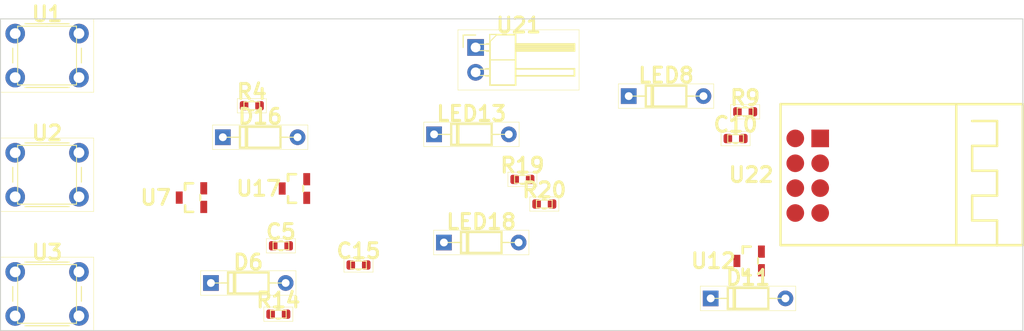
<source format=kicad_pcb>
(kicad_pcb
 (version 5)
 (host pcbnew 4.0.2-stable)
 (general
  (links 469)
  (no_connects 0)
  (area 0 0 104.24607561250185 31.839476615000248)
  (thickness 1.6002)
  (drawings 311)
  (tracks 3484)
  (zones 0)
  (modules 338)
  (nets 131))
 (page A3)
 (title_block
  (title GH60)
  (date "20 jan 2014")
  (rev B)
  (company "geekhack GH60 design team"))
 (layers
  (0 F.Cu signal)
  (31 B.Cu signal)
  (32 B.Adhes user)
  (33 F.Adhes user)
  (34 B.Paste user)
  (35 F.Paste user)
  (36 B.SilkS user)
  (37 F.SilkS user)
  (38 B.Mask user)
  (39 F.Mask user)
  (40 Dwgs.User user)
  (41 Cmts.User user)
  (42 Eco1.User user)
  (43 Eco2.User user)
  (44 Edge.Cuts user)
  (48 B.Fab user)
  (49 F.Fab user))
 (setup
  (last_trace_width 0.4064)
  (user_trace_width 0.254)
  (user_trace_width 0.4064)
  (user_trace_width 0.889)
  (trace_clearance 0.127)
  (zone_clearance 0.307299)
  (zone_45_only yes)
  (trace_min 0.127)
  (segment_width 2)
  (edge_width 0.0991)
  (via_size 1)
  (via_drill 0.4)
  (via_min_size 1)
  (via_min_drill 0.4)
  (uvia_size 0.508)
  (uvia_drill 0.127)
  (uvias_allowed no)
  (uvia_min_size 0.508)
  (uvia_min_drill 0.127)
  (pcb_text_width 0.3048)
  (pcb_text_size 1.524 2.032)
  (mod_edge_width 0.3)
  (mod_text_size 1.524 1.524)
  (mod_text_width 0.3048)
  (pad_size 0.9 0.9)
  (pad_drill 0.9)
  (pad_to_mask_clearance 0.1016)
  (pad_to_paste_clearance -0.02)
  (aux_axis_origin 62.29 64.62)
  (visible_elements FFFFFFFF)
  (pcbplotparams
   (layerselection 0x012a0_00000000)
   (usegerberextensions false)
   (excludeedgelayer true)
   (linewidth 0.15)
   (plotframeref false)
   (viasonmask false)
   (mode 1)
   (useauxorigin false)
   (hpglpennumber 1)
   (hpglpenspeed 20)
   (hpglpendiameter 15)
   (hpglpenoverlay 0)
   (psnegative false)
   (psa4output false)
   (plotreference true)
   (plotvalue false)
   (plotinvisibletext false)
   (padsonsilk false)
   (subtractmaskfromsilk false)
   (outputformat 4)
   (mirror false)
   (drillshape 0)
   (scaleselection 1)
   (outputdirectory gerber/)))
 (net 4 "4")
 (net 1 "1")
 (net 5 "5")
 (net 2 "2")
 (net 3 "3")
 (module "U1" (layer F.Cu)
   (tedit 0)
   (tstamp 0)
   (at 1.4999999016341126 1.5000001926959898 0.0)
   (path placeholder)
   (fp_text
    reference
    "U1"
    (at 3.25 -2 0)
    (layer F.SilkS)
    (effects (font (size 1.524 1.524) (thickness 0.3048))))
   (fp_line (start 3.25 -0.75) (end 6.25 -0.75) (layer F.SilkS) (width 0.1))
   (fp_line (start 6.25 -0.75) (end 6.25 5.25) (layer F.SilkS) (width 0.1))
   (fp_line (start 6.25 5.25) (end 0.25 5.25) (layer F.SilkS) (width 0.1))
   (fp_line (start 0.25 5.25) (end 0.25 -0.75) (layer F.SilkS) (width 0.1))
   (fp_line (start 0.25 -0.75) (end 3.25 -0.75) (layer F.SilkS) (width 0.1))
   (fp_line (start 7.75 6) (end 8 6) (layer F.SilkS) (width 0.05))
   (fp_line (start 8 6) (end 8 5.75) (layer F.SilkS) (width 0.05))
   (fp_line (start 7.75 -1.5) (end 8 -1.5) (layer F.SilkS) (width 0.05))
   (fp_line (start 8 -1.5) (end 8 -1.25) (layer F.SilkS) (width 0.05))
   (fp_line (start -1.5 -1.25) (end -1.5 -1.5) (layer F.SilkS) (width 0.05))
   (fp_line (start -1.5 -1.5) (end -1.25 -1.5) (layer F.SilkS) (width 0.05))
   (fp_line (start -1.5 5.75) (end -1.5 6) (layer F.SilkS) (width 0.05))
   (fp_line (start -1.5 6) (end -1.25 6) (layer F.SilkS) (width 0.05))
   (fp_line (start -1.25 -1.5) (end 7.75 -1.5) (layer F.SilkS) (width 0.05))
   (fp_line (start -1.5 5.75) (end -1.5 -1.25) (layer F.SilkS) (width 0.05))
   (fp_line (start 7.75 6) (end -1.25 6) (layer F.SilkS) (width 0.05))
   (fp_line (start 8 -1.25) (end 8 5.75) (layer F.SilkS) (width 0.05))
   (fp_line (start 1 5.5) (end 5.5 5.5) (layer F.SilkS) (width 0.12))
   (fp_line (start -0.25 1.5) (end -0.25 3) (layer F.SilkS) (width 0.12))
   (fp_line (start 5.5 -1) (end 1 -1) (layer F.SilkS) (width 0.12))
   (fp_line (start 6.75 3) (end 6.75 1.5) (layer F.SilkS) (width 0.12))
   (pad
    2
    thru_hole
    circle
    (at 0 4.5 90.0)
    (size 2 2)
    (drill 1.1)
    (layers *.Cu *.Mask)
    (net 4 "4"))
   (pad
    1
    thru_hole
    circle
    (at 0 0 90.0)
    (size 2 2)
    (drill 1.1)
    (layers *.Cu *.Mask)
    (net 4 "4"))
   (pad
    2
    thru_hole
    circle
    (at 6.5 4.5 90.0)
    (size 2 2)
    (drill 1.1)
    (layers *.Cu *.Mask)
    (net 4 "4"))
   (pad
    1
    thru_hole
    circle
    (at 6.5 0 90.0)
    (size 2 2)
    (drill 1.1)
    (layers *.Cu *.Mask)
    (net 4 "4"))
   (fp_text
    user
    "right/2"
    (at 0 4.5 90)
    (layer Eco1.User)
    (effects (font (size 0.2 0.2) (thickness 0.05))))
   (fp_text
    user
    "right/2"
    (at 0 0 90)
    (layer Eco1.User)
    (effects (font (size 0.2 0.2) (thickness 0.05))))
   (fp_text
    user
    "right/2"
    (at 6.5 4.5 90)
    (layer Eco1.User)
    (effects (font (size 0.2 0.2) (thickness 0.05))))
   (fp_text
    user
    "right/2"
    (at 6.5 0 90)
    (layer Eco1.User)
    (effects (font (size 0.2 0.2) (thickness 0.05)))))
 (module "U2" (layer F.Cu)
   (tedit 0)
   (tstamp 0)
   (at 1.4999999016341126 13.669737951640432 0.0)
   (path placeholder)
   (fp_text
    reference
    "U2"
    (at 3.25 -2 0)
    (layer F.SilkS)
    (effects (font (size 1.524 1.524) (thickness 0.3048))))
   (fp_line (start 3.25 -0.75) (end 6.25 -0.75) (layer F.SilkS) (width 0.1))
   (fp_line (start 6.25 -0.75) (end 6.25 5.25) (layer F.SilkS) (width 0.1))
   (fp_line (start 6.25 5.25) (end 0.25 5.25) (layer F.SilkS) (width 0.1))
   (fp_line (start 0.25 5.25) (end 0.25 -0.75) (layer F.SilkS) (width 0.1))
   (fp_line (start 0.25 -0.75) (end 3.25 -0.75) (layer F.SilkS) (width 0.1))
   (fp_line (start 7.75 6) (end 8 6) (layer F.SilkS) (width 0.05))
   (fp_line (start 8 6) (end 8 5.75) (layer F.SilkS) (width 0.05))
   (fp_line (start 7.75 -1.5) (end 8 -1.5) (layer F.SilkS) (width 0.05))
   (fp_line (start 8 -1.5) (end 8 -1.25) (layer F.SilkS) (width 0.05))
   (fp_line (start -1.5 -1.25) (end -1.5 -1.5) (layer F.SilkS) (width 0.05))
   (fp_line (start -1.5 -1.5) (end -1.25 -1.5) (layer F.SilkS) (width 0.05))
   (fp_line (start -1.5 5.75) (end -1.5 6) (layer F.SilkS) (width 0.05))
   (fp_line (start -1.5 6) (end -1.25 6) (layer F.SilkS) (width 0.05))
   (fp_line (start -1.25 -1.5) (end 7.75 -1.5) (layer F.SilkS) (width 0.05))
   (fp_line (start -1.5 5.75) (end -1.5 -1.25) (layer F.SilkS) (width 0.05))
   (fp_line (start 7.75 6) (end -1.25 6) (layer F.SilkS) (width 0.05))
   (fp_line (start 8 -1.25) (end 8 5.75) (layer F.SilkS) (width 0.05))
   (fp_line (start 1 5.5) (end 5.5 5.5) (layer F.SilkS) (width 0.12))
   (fp_line (start -0.25 1.5) (end -0.25 3) (layer F.SilkS) (width 0.12))
   (fp_line (start 5.5 -1) (end 1 -1) (layer F.SilkS) (width 0.12))
   (fp_line (start 6.75 3) (end 6.75 1.5) (layer F.SilkS) (width 0.12))
   (pad
    2
    thru_hole
    circle
    (at 0 4.5 90.0)
    (size 2 2)
    (drill 1.1)
    (layers *.Cu *.Mask)
    (net 4 "4"))
   (pad
    1
    thru_hole
    circle
    (at 0 0 90.0)
    (size 2 2)
    (drill 1.1)
    (layers *.Cu *.Mask)
    (net 4 "4"))
   (pad
    2
    thru_hole
    circle
    (at 6.5 4.5 90.0)
    (size 2 2)
    (drill 1.1)
    (layers *.Cu *.Mask)
    (net 4 "4"))
   (pad
    1
    thru_hole
    circle
    (at 6.5 0 90.0)
    (size 2 2)
    (drill 1.1)
    (layers *.Cu *.Mask)
    (net 4 "4"))
   (fp_text
    user
    "right/2"
    (at 0 4.5 90)
    (layer Eco1.User)
    (effects (font (size 0.2 0.2) (thickness 0.05))))
   (fp_text
    user
    "right/2"
    (at 0 0 90)
    (layer Eco1.User)
    (effects (font (size 0.2 0.2) (thickness 0.05))))
   (fp_text
    user
    "right/2"
    (at 6.5 4.5 90)
    (layer Eco1.User)
    (effects (font (size 0.2 0.2) (thickness 0.05))))
   (fp_text
    user
    "right/2"
    (at 6.5 0 90)
    (layer Eco1.User)
    (effects (font (size 0.2 0.2) (thickness 0.05)))))
 (module "U3" (layer F.Cu)
   (tedit 0)
   (tstamp 0)
   (at 1.4999999016341126 25.839475243611048 0.0)
   (path placeholder)
   (fp_text
    reference
    "U3"
    (at 3.25 -2 0)
    (layer F.SilkS)
    (effects (font (size 1.524 1.524) (thickness 0.3048))))
   (fp_line (start 3.25 -0.75) (end 6.25 -0.75) (layer F.SilkS) (width 0.1))
   (fp_line (start 6.25 -0.75) (end 6.25 5.25) (layer F.SilkS) (width 0.1))
   (fp_line (start 6.25 5.25) (end 0.25 5.25) (layer F.SilkS) (width 0.1))
   (fp_line (start 0.25 5.25) (end 0.25 -0.75) (layer F.SilkS) (width 0.1))
   (fp_line (start 0.25 -0.75) (end 3.25 -0.75) (layer F.SilkS) (width 0.1))
   (fp_line (start 7.75 6) (end 8 6) (layer F.SilkS) (width 0.05))
   (fp_line (start 8 6) (end 8 5.75) (layer F.SilkS) (width 0.05))
   (fp_line (start 7.75 -1.5) (end 8 -1.5) (layer F.SilkS) (width 0.05))
   (fp_line (start 8 -1.5) (end 8 -1.25) (layer F.SilkS) (width 0.05))
   (fp_line (start -1.5 -1.25) (end -1.5 -1.5) (layer F.SilkS) (width 0.05))
   (fp_line (start -1.5 -1.5) (end -1.25 -1.5) (layer F.SilkS) (width 0.05))
   (fp_line (start -1.5 5.75) (end -1.5 6) (layer F.SilkS) (width 0.05))
   (fp_line (start -1.5 6) (end -1.25 6) (layer F.SilkS) (width 0.05))
   (fp_line (start -1.25 -1.5) (end 7.75 -1.5) (layer F.SilkS) (width 0.05))
   (fp_line (start -1.5 5.75) (end -1.5 -1.25) (layer F.SilkS) (width 0.05))
   (fp_line (start 7.75 6) (end -1.25 6) (layer F.SilkS) (width 0.05))
   (fp_line (start 8 -1.25) (end 8 5.75) (layer F.SilkS) (width 0.05))
   (fp_line (start 1 5.5) (end 5.5 5.5) (layer F.SilkS) (width 0.12))
   (fp_line (start -0.25 1.5) (end -0.25 3) (layer F.SilkS) (width 0.12))
   (fp_line (start 5.5 -1) (end 1 -1) (layer F.SilkS) (width 0.12))
   (fp_line (start 6.75 3) (end 6.75 1.5) (layer F.SilkS) (width 0.12))
   (pad
    2
    thru_hole
    circle
    (at 0 4.5 90.0)
    (size 2 2)
    (drill 1.1)
    (layers *.Cu *.Mask)
    (net 4 "4"))
   (pad
    1
    thru_hole
    circle
    (at 0 0 90.0)
    (size 2 2)
    (drill 1.1)
    (layers *.Cu *.Mask)
    (net 4 "4"))
   (pad
    2
    thru_hole
    circle
    (at 6.5 4.5 90.0)
    (size 2 2)
    (drill 1.1)
    (layers *.Cu *.Mask)
    (net 4 "4"))
   (pad
    1
    thru_hole
    circle
    (at 6.5 0 90.0)
    (size 2 2)
    (drill 1.1)
    (layers *.Cu *.Mask)
    (net 4 "4"))
   (fp_text
    user
    "right/2"
    (at 0 4.5 90)
    (layer Eco1.User)
    (effects (font (size 0.2 0.2) (thickness 0.05))))
   (fp_text
    user
    "right/2"
    (at 0 0 90)
    (layer Eco1.User)
    (effects (font (size 0.2 0.2) (thickness 0.05))))
   (fp_text
    user
    "right/2"
    (at 6.5 4.5 90)
    (layer Eco1.User)
    (effects (font (size 0.2 0.2) (thickness 0.05))))
   (fp_text
    user
    "right/2"
    (at 6.5 0 90)
    (layer Eco1.User)
    (effects (font (size 0.2 0.2) (thickness 0.05)))))
 (module "R4" (layer F.Cu)
   (tedit 0)
   (tstamp 0)
   (at 25.62905317085638 8.872182206715424 0.0)
   (path placeholder)
   (fp_text
    reference
    "R4"
    (at 0 -1.43 0)
    (layer F.SilkS)
    (effects (font (size 1.524 1.524) (thickness 0.3048))))
   (fp_line (start -0.8 0.4) (end -0.8 -0.4) (layer F.SilkS) (width 0.1))
   (fp_line (start -0.8 -0.4) (end 0.8 -0.4) (layer F.SilkS) (width 0.1))
   (fp_line (start 0.8 -0.4) (end 0.8 0.4) (layer F.SilkS) (width 0.1))
   (fp_line (start 0.8 0.4) (end -0.8 0.4) (layer F.SilkS) (width 0.1))
   (fp_line
    (start -0.162779 -0.51)
    (end 0.162779 -0.51)
    (layer F.SilkS)
    (width 0.12))
   (fp_line
    (start -0.162779 0.51)
    (end 0.162779 0.51)
    (layer F.SilkS)
    (width 0.12))
   (fp_line (start -1.48 0.73) (end -1.48 -0.73) (layer F.SilkS) (width 0.05))
   (fp_line (start -1.48 -0.73) (end 1.48 -0.73) (layer F.SilkS) (width 0.05))
   (fp_line (start 1.48 -0.73) (end 1.48 0.73) (layer F.SilkS) (width 0.05))
   (fp_line (start 1.48 0.73) (end -1.48 0.73) (layer F.SilkS) (width 0.05))
   (pad
    1
    smd
    roundrect
    (at -0.7875 0 0.0)
    (size 0.875 0.95)
    (layers F.Cu F.Paste F.Mask)
    (net 4 "4"))
   (pad
    2
    smd
    roundrect
    (at 0.7875 0 0.0)
    (size 0.875 0.95)
    (layers F.Cu F.Paste F.Mask)
    (net 3 "3"))
   (fp_text
    user
    "left/1"
    (at -0.7875 0 90)
    (layer Eco1.User)
    (effects (font (size 0.2 0.2) (thickness 0.05))))
   (fp_text
    user
    "right/2"
    (at 0.7875 0 90)
    (layer Eco1.User)
    (effects (font (size 0.2 0.2) (thickness 0.05)))))
 (module "C5" (layer F.Cu)
   (tedit 0)
   (tstamp 0)
   (at 28.59728126612184 23.17463264577452 0.0)
   (path placeholder)
   (fp_text
    reference
    "C5"
    (at 0 -1.43 0)
    (layer F.SilkS)
    (effects (font (size 1.524 1.524) (thickness 0.3048))))
   (fp_line (start -0.8 0.4) (end -0.8 -0.4) (layer F.SilkS) (width 0.1))
   (fp_line (start -0.8 -0.4) (end 0.8 -0.4) (layer F.SilkS) (width 0.1))
   (fp_line (start 0.8 -0.4) (end 0.8 0.4) (layer F.SilkS) (width 0.1))
   (fp_line (start 0.8 0.4) (end -0.8 0.4) (layer F.SilkS) (width 0.1))
   (fp_line
    (start -0.162779 -0.51)
    (end 0.162779 -0.51)
    (layer F.SilkS)
    (width 0.12))
   (fp_line
    (start -0.162779 0.51)
    (end 0.162779 0.51)
    (layer F.SilkS)
    (width 0.12))
   (fp_line (start -1.48 0.73) (end -1.48 -0.73) (layer F.SilkS) (width 0.05))
   (fp_line (start -1.48 -0.73) (end 1.48 -0.73) (layer F.SilkS) (width 0.05))
   (fp_line (start 1.48 -0.73) (end 1.48 0.73) (layer F.SilkS) (width 0.05))
   (fp_line (start 1.48 0.73) (end -1.48 0.73) (layer F.SilkS) (width 0.05))
   (pad
    1
    smd
    roundrect
    (at -0.7875 0 0.0)
    (size 0.875 0.95)
    (layers F.Cu F.Paste F.Mask)
    (net 3 "3"))
   (pad
    2
    smd
    roundrect
    (at 0.7875 0 0.0)
    (size 0.875 0.95)
    (layers F.Cu F.Paste F.Mask)
    (net 3 "3"))
   (fp_text
    user
    "left/1"
    (at -0.7875 0 90)
    (layer Eco1.User)
    (effects (font (size 0.2 0.2) (thickness 0.05))))
   (fp_text
    user
    "right/2"
    (at 0.7875 0 90)
    (layer Eco1.User)
    (effects (font (size 0.2 0.2) (thickness 0.05)))))
 (module "D6" (layer F.Cu)
   (tedit 0)
   (tstamp 0)
   (at 21.457956316752323 26.973775763497148 0.0)
   (path placeholder)
   (fp_text
    reference
    "D6"
    (at 3.81 -2.12 0)
    (layer F.SilkS)
    (effects (font (size 1.524 1.524) (thickness 0.3048))))
   (fp_line (start 1.81 -1) (end 1.81 1) (layer F.SilkS) (width 0.1))
   (fp_line (start 1.81 1) (end 5.81 1) (layer F.SilkS) (width 0.1))
   (fp_line (start 5.81 1) (end 5.81 -1) (layer F.SilkS) (width 0.1))
   (fp_line (start 5.81 -1) (end 1.81 -1) (layer F.SilkS) (width 0.1))
   (fp_line (start 0 0) (end 1.81 0) (layer F.SilkS) (width 0.1))
   (fp_line (start 7.62 0) (end 5.81 0) (layer F.SilkS) (width 0.1))
   (fp_line (start 2.41 -1) (end 2.41 1) (layer F.SilkS) (width 0.1))
   (fp_line (start 2.51 -1) (end 2.51 1) (layer F.SilkS) (width 0.1))
   (fp_line (start 2.31 -1) (end 2.31 1) (layer F.SilkS) (width 0.1))
   (fp_line (start 1.69 -1.12) (end 1.69 1.12) (layer F.SilkS) (width 0.12))
   (fp_line (start 1.69 1.12) (end 5.93 1.12) (layer F.SilkS) (width 0.12))
   (fp_line (start 5.93 1.12) (end 5.93 -1.12) (layer F.SilkS) (width 0.12))
   (fp_line (start 5.93 -1.12) (end 1.69 -1.12) (layer F.SilkS) (width 0.12))
   (fp_line (start 1.04 0) (end 1.69 0) (layer F.SilkS) (width 0.12))
   (fp_line (start 6.58 0) (end 5.93 0) (layer F.SilkS) (width 0.12))
   (fp_line (start 2.41 -1.12) (end 2.41 1.12) (layer F.SilkS) (width 0.12))
   (fp_line (start 2.53 -1.12) (end 2.53 1.12) (layer F.SilkS) (width 0.12))
   (fp_line (start 2.29 -1.12) (end 2.29 1.12) (layer F.SilkS) (width 0.12))
   (fp_line (start -1.05 -1.25) (end -1.05 1.25) (layer F.SilkS) (width 0.05))
   (fp_line (start -1.05 1.25) (end 8.67 1.25) (layer F.SilkS) (width 0.05))
   (fp_line (start 8.67 1.25) (end 8.67 -1.25) (layer F.SilkS) (width 0.05))
   (fp_line (start 8.67 -1.25) (end -1.05 -1.25) (layer F.SilkS) (width 0.05))
   (pad
    1
    thru_hole
    rect
    (at 0 0 0.0)
    (size 1.6 1.6)
    (drill 0.8)
    (layers *.Cu *.Mask)
    (net 3 "3"))
   (pad
    2
    thru_hole
    oval
    (at 7.62 0 0.0)
    (size 1.6 1.6)
    (drill 0.8)
    (layers *.Cu *.Mask)
    (net 4 "4"))
   (fp_text
    user
    "anode/left/plus"
    (at 0 0 90)
    (layer Eco1.User)
    (effects (font (size 0.2 0.2) (thickness 0.05))))
   (fp_text
    user
    "right/minus/cathode"
    (at 7.62 0 90)
    (layer Eco1.User)
    (effects (font (size 0.2 0.2) (thickness 0.05)))))
 (module "U7" (layer F.Cu)
   (tedit 0)
   (tstamp 0)
   (at 19.47600050840869 18.253946337419983 0.0)
   (path placeholder)
   (fp_text
    reference
    "U7"
    (at -3.6499860000000126 0.0 0)
    (layer F.SilkS)
    (effects (font (size 1.524 1.524) (thickness 0.3048))))
   (fp_line
    (start 0.16509999999999536 1.4599919999999997)
    (end -0.6499860000000126 1.4599919999999997)
    (layer F.SilkS)
    (width 0.254))
   (fp_line
    (start -0.6499860000000126 1.4599919999999997)
    (end -0.6499860000000126 0.8001000000000147)
    (layer F.SilkS)
    (width 0.254))
   (fp_line
    (start -0.6499860000000126 -0.8001000000000005)
    (end -0.6499860000000126 -1.4599919999999997)
    (layer F.SilkS)
    (width 0.254))
   (fp_line
    (start -0.6499860000000126 -1.4599919999999997)
    (end -0.6499860000000126 -0.8001000000000005)
    (layer F.SilkS)
    (width 0.254))
   (fp_line
    (start -0.6499860000000126 -0.8001000000000005)
    (end -0.6499860000000126 -1.4599919999999997)
    (layer F.SilkS)
    (width 0.254))
   (fp_line
    (start -0.6499860000000126 -1.4599919999999997)
    (end 0.16509999999999536 -1.4599919999999997)
    (layer F.SilkS)
    (width 0.254))
   (fp_line
    (start 0.8999220000000037 0.29997400000000596)
    (end 0.8999220000000037 -0.29997399999999175)
    (layer F.SilkS)
    (width 0.19999959999999997))
   (pad
    3
    smd
    rect
    (at -1.2496799999999837 0.0 0.0)
    (size 0.6999985999999999 1.2500101999999997)
    (layers F.Cu F.Paste F.Mask)
    (net 3 "3"))
   (pad
    2
    smd
    rect
    (at 1.2496800000000121 -0.9499599999999901 0.0)
    (size 0.6999985999999999 1.2500101999999997)
    (layers F.Cu F.Paste F.Mask))
   (pad
    1
    smd
    rect
    (at 1.2496800000000121 0.9499600000000044 0.0)
    (size 0.6999985999999999 1.2500101999999997)
    (layers F.Cu F.Paste F.Mask)
    (net 2 "2"))
   (fp_text
    user
    "1"
    (at -1.2496799999999837 0.0 90)
    (layer Eco1.User)
    (effects (font (size 0.2 0.2) (thickness 0.05))))
   (fp_text
    user
    "2"
    (at 1.2496800000000121 -0.9499599999999901 90)
    (layer Eco1.User)
    (effects (font (size 0.2 0.2) (thickness 0.05))))
   (fp_text
    user
    "3"
    (at 1.2496800000000121 0.9499600000000044 90)
    (layer Eco1.User)
    (effects (font (size 0.2 0.2) (thickness 0.05)))))
 (module "LED8" (layer F.Cu)
   (tedit 0)
   (tstamp 0)
   (at 64.06276206010722 7.888267177890571 0.0)
   (path placeholder)
   (fp_text
    reference
    "LED8"
    (at 3.81 -2.12 0)
    (layer F.SilkS)
    (effects (font (size 1.524 1.524) (thickness 0.3048))))
   (fp_line (start 1.81 -1) (end 1.81 1) (layer F.SilkS) (width 0.1))
   (fp_line (start 1.81 1) (end 5.81 1) (layer F.SilkS) (width 0.1))
   (fp_line (start 5.81 1) (end 5.81 -1) (layer F.SilkS) (width 0.1))
   (fp_line (start 5.81 -1) (end 1.81 -1) (layer F.SilkS) (width 0.1))
   (fp_line (start 0 0) (end 1.81 0) (layer F.SilkS) (width 0.1))
   (fp_line (start 7.62 0) (end 5.81 0) (layer F.SilkS) (width 0.1))
   (fp_line (start 2.41 -1) (end 2.41 1) (layer F.SilkS) (width 0.1))
   (fp_line (start 2.51 -1) (end 2.51 1) (layer F.SilkS) (width 0.1))
   (fp_line (start 2.31 -1) (end 2.31 1) (layer F.SilkS) (width 0.1))
   (fp_line (start 1.69 -1.12) (end 1.69 1.12) (layer F.SilkS) (width 0.12))
   (fp_line (start 1.69 1.12) (end 5.93 1.12) (layer F.SilkS) (width 0.12))
   (fp_line (start 5.93 1.12) (end 5.93 -1.12) (layer F.SilkS) (width 0.12))
   (fp_line (start 5.93 -1.12) (end 1.69 -1.12) (layer F.SilkS) (width 0.12))
   (fp_line (start 1.04 0) (end 1.69 0) (layer F.SilkS) (width 0.12))
   (fp_line (start 6.58 0) (end 5.93 0) (layer F.SilkS) (width 0.12))
   (fp_line (start 2.41 -1.12) (end 2.41 1.12) (layer F.SilkS) (width 0.12))
   (fp_line (start 2.53 -1.12) (end 2.53 1.12) (layer F.SilkS) (width 0.12))
   (fp_line (start 2.29 -1.12) (end 2.29 1.12) (layer F.SilkS) (width 0.12))
   (fp_line (start -1.05 -1.25) (end -1.05 1.25) (layer F.SilkS) (width 0.05))
   (fp_line (start -1.05 1.25) (end 8.67 1.25) (layer F.SilkS) (width 0.05))
   (fp_line (start 8.67 1.25) (end 8.67 -1.25) (layer F.SilkS) (width 0.05))
   (fp_line (start 8.67 -1.25) (end -1.05 -1.25) (layer F.SilkS) (width 0.05))
   (pad
    1
    thru_hole
    rect
    (at 0 0 0.0)
    (size 1.6 1.6)
    (drill 0.8)
    (layers *.Cu *.Mask)
    (net 2 "2"))
   (pad
    2
    thru_hole
    oval
    (at 7.62 0 0.0)
    (size 1.6 1.6)
    (drill 0.8)
    (layers *.Cu *.Mask)
    (net 2 "2"))
   (fp_text
    user
    "left/plus"
    (at 0 0 90)
    (layer Eco1.User)
    (effects (font (size 0.2 0.2) (thickness 0.05))))
   (fp_text
    user
    "right/minus"
    (at 7.62 0 90)
    (layer Eco1.User)
    (effects (font (size 0.2 0.2) (thickness 0.05)))))
 (module "R9" (layer F.Cu)
   (tedit 0)
   (tstamp 0)
   (at 75.93527772109917 9.490018704609774 0.0)
   (path placeholder)
   (fp_text
    reference
    "R9"
    (at 0 -1.43 0)
    (layer F.SilkS)
    (effects (font (size 1.524 1.524) (thickness 0.3048))))
   (fp_line (start -0.8 0.4) (end -0.8 -0.4) (layer F.SilkS) (width 0.1))
   (fp_line (start -0.8 -0.4) (end 0.8 -0.4) (layer F.SilkS) (width 0.1))
   (fp_line (start 0.8 -0.4) (end 0.8 0.4) (layer F.SilkS) (width 0.1))
   (fp_line (start 0.8 0.4) (end -0.8 0.4) (layer F.SilkS) (width 0.1))
   (fp_line
    (start -0.162779 -0.51)
    (end 0.162779 -0.51)
    (layer F.SilkS)
    (width 0.12))
   (fp_line
    (start -0.162779 0.51)
    (end 0.162779 0.51)
    (layer F.SilkS)
    (width 0.12))
   (fp_line (start -1.48 0.73) (end -1.48 -0.73) (layer F.SilkS) (width 0.05))
   (fp_line (start -1.48 -0.73) (end 1.48 -0.73) (layer F.SilkS) (width 0.05))
   (fp_line (start 1.48 -0.73) (end 1.48 0.73) (layer F.SilkS) (width 0.05))
   (fp_line (start 1.48 0.73) (end -1.48 0.73) (layer F.SilkS) (width 0.05))
   (pad
    1
    smd
    roundrect
    (at -0.7875 0 0.0)
    (size 0.875 0.95)
    (layers F.Cu F.Paste F.Mask)
    (net 4 "4"))
   (pad
    2
    smd
    roundrect
    (at 0.7875 0 0.0)
    (size 0.875 0.95)
    (layers F.Cu F.Paste F.Mask)
    (net 5 "5"))
   (fp_text
    user
    "left/1"
    (at -0.7875 0 90)
    (layer Eco1.User)
    (effects (font (size 0.2 0.2) (thickness 0.05))))
   (fp_text
    user
    "right/2"
    (at 0.7875 0 90)
    (layer Eco1.User)
    (effects (font (size 0.2 0.2) (thickness 0.05)))))
 (module "C10" (layer F.Cu)
   (tedit 0)
   (tstamp 0)
   (at 74.95802057166624 12.224235005914462 0.0)
   (path placeholder)
   (fp_text
    reference
    "C10"
    (at 0 -1.43 0)
    (layer F.SilkS)
    (effects (font (size 1.524 1.524) (thickness 0.3048))))
   (fp_line (start -0.8 0.4) (end -0.8 -0.4) (layer F.SilkS) (width 0.1))
   (fp_line (start -0.8 -0.4) (end 0.8 -0.4) (layer F.SilkS) (width 0.1))
   (fp_line (start 0.8 -0.4) (end 0.8 0.4) (layer F.SilkS) (width 0.1))
   (fp_line (start 0.8 0.4) (end -0.8 0.4) (layer F.SilkS) (width 0.1))
   (fp_line
    (start -0.162779 -0.51)
    (end 0.162779 -0.51)
    (layer F.SilkS)
    (width 0.12))
   (fp_line
    (start -0.162779 0.51)
    (end 0.162779 0.51)
    (layer F.SilkS)
    (width 0.12))
   (fp_line (start -1.48 0.73) (end -1.48 -0.73) (layer F.SilkS) (width 0.05))
   (fp_line (start -1.48 -0.73) (end 1.48 -0.73) (layer F.SilkS) (width 0.05))
   (fp_line (start 1.48 -0.73) (end 1.48 0.73) (layer F.SilkS) (width 0.05))
   (fp_line (start 1.48 0.73) (end -1.48 0.73) (layer F.SilkS) (width 0.05))
   (pad
    1
    smd
    roundrect
    (at -0.7875 0 0.0)
    (size 0.875 0.95)
    (layers F.Cu F.Paste F.Mask)
    (net 5 "5"))
   (pad
    2
    smd
    roundrect
    (at 0.7875 0 0.0)
    (size 0.875 0.95)
    (layers F.Cu F.Paste F.Mask)
    (net 5 "5"))
   (fp_text
    user
    "left/1"
    (at -0.7875 0 90)
    (layer Eco1.User)
    (effects (font (size 0.2 0.2) (thickness 0.05))))
   (fp_text
    user
    "right/2"
    (at 0.7875 0 90)
    (layer Eco1.User)
    (effects (font (size 0.2 0.2) (thickness 0.05)))))
 (module "D11" (layer F.Cu)
   (tedit 0)
   (tstamp 0)
   (at 72.42059897627293 28.547505591554533 0.0)
   (path placeholder)
   (fp_text
    reference
    "D11"
    (at 3.81 -2.12 0)
    (layer F.SilkS)
    (effects (font (size 1.524 1.524) (thickness 0.3048))))
   (fp_line (start 1.81 -1) (end 1.81 1) (layer F.SilkS) (width 0.1))
   (fp_line (start 1.81 1) (end 5.81 1) (layer F.SilkS) (width 0.1))
   (fp_line (start 5.81 1) (end 5.81 -1) (layer F.SilkS) (width 0.1))
   (fp_line (start 5.81 -1) (end 1.81 -1) (layer F.SilkS) (width 0.1))
   (fp_line (start 0 0) (end 1.81 0) (layer F.SilkS) (width 0.1))
   (fp_line (start 7.62 0) (end 5.81 0) (layer F.SilkS) (width 0.1))
   (fp_line (start 2.41 -1) (end 2.41 1) (layer F.SilkS) (width 0.1))
   (fp_line (start 2.51 -1) (end 2.51 1) (layer F.SilkS) (width 0.1))
   (fp_line (start 2.31 -1) (end 2.31 1) (layer F.SilkS) (width 0.1))
   (fp_line (start 1.69 -1.12) (end 1.69 1.12) (layer F.SilkS) (width 0.12))
   (fp_line (start 1.69 1.12) (end 5.93 1.12) (layer F.SilkS) (width 0.12))
   (fp_line (start 5.93 1.12) (end 5.93 -1.12) (layer F.SilkS) (width 0.12))
   (fp_line (start 5.93 -1.12) (end 1.69 -1.12) (layer F.SilkS) (width 0.12))
   (fp_line (start 1.04 0) (end 1.69 0) (layer F.SilkS) (width 0.12))
   (fp_line (start 6.58 0) (end 5.93 0) (layer F.SilkS) (width 0.12))
   (fp_line (start 2.41 -1.12) (end 2.41 1.12) (layer F.SilkS) (width 0.12))
   (fp_line (start 2.53 -1.12) (end 2.53 1.12) (layer F.SilkS) (width 0.12))
   (fp_line (start 2.29 -1.12) (end 2.29 1.12) (layer F.SilkS) (width 0.12))
   (fp_line (start -1.05 -1.25) (end -1.05 1.25) (layer F.SilkS) (width 0.05))
   (fp_line (start -1.05 1.25) (end 8.67 1.25) (layer F.SilkS) (width 0.05))
   (fp_line (start 8.67 1.25) (end 8.67 -1.25) (layer F.SilkS) (width 0.05))
   (fp_line (start 8.67 -1.25) (end -1.05 -1.25) (layer F.SilkS) (width 0.05))
   (pad
    1
    thru_hole
    rect
    (at 0 0 0.0)
    (size 1.6 1.6)
    (drill 0.8)
    (layers *.Cu *.Mask)
    (net 5 "5"))
   (pad
    2
    thru_hole
    oval
    (at 7.62 0 0.0)
    (size 1.6 1.6)
    (drill 0.8)
    (layers *.Cu *.Mask)
    (net 4 "4"))
   (fp_text
    user
    "anode/left/plus"
    (at 0 0 90)
    (layer Eco1.User)
    (effects (font (size 0.2 0.2) (thickness 0.05))))
   (fp_text
    user
    "right/minus/cathode"
    (at 7.62 0 90)
    (layer Eco1.User)
    (effects (font (size 0.2 0.2) (thickness 0.05)))))
 (module "U12" (layer F.Cu)
   (tedit 0)
   (tstamp 0)
   (at 76.34267503052209 24.721003878009753 0.0)
   (path placeholder)
   (fp_text
    reference
    "U12"
    (at -3.6499860000000126 0.0 0)
    (layer F.SilkS)
    (effects (font (size 1.524 1.524) (thickness 0.3048))))
   (fp_line
    (start 0.16509999999999536 1.4599919999999997)
    (end -0.6499860000000126 1.4599919999999997)
    (layer F.SilkS)
    (width 0.254))
   (fp_line
    (start -0.6499860000000126 1.4599919999999997)
    (end -0.6499860000000126 0.8001000000000147)
    (layer F.SilkS)
    (width 0.254))
   (fp_line
    (start -0.6499860000000126 -0.8001000000000005)
    (end -0.6499860000000126 -1.4599919999999997)
    (layer F.SilkS)
    (width 0.254))
   (fp_line
    (start -0.6499860000000126 -1.4599919999999997)
    (end -0.6499860000000126 -0.8001000000000005)
    (layer F.SilkS)
    (width 0.254))
   (fp_line
    (start -0.6499860000000126 -0.8001000000000005)
    (end -0.6499860000000126 -1.4599919999999997)
    (layer F.SilkS)
    (width 0.254))
   (fp_line
    (start -0.6499860000000126 -1.4599919999999997)
    (end 0.16509999999999536 -1.4599919999999997)
    (layer F.SilkS)
    (width 0.254))
   (fp_line
    (start 0.8999220000000037 0.29997400000000596)
    (end 0.8999220000000037 -0.29997399999999175)
    (layer F.SilkS)
    (width 0.19999959999999997))
   (pad
    3
    smd
    rect
    (at -1.2496799999999837 0.0 0.0)
    (size 0.6999985999999999 1.2500101999999997)
    (layers F.Cu F.Paste F.Mask)
    (net 5 "5"))
   (pad
    2
    smd
    rect
    (at 1.2496800000000121 -0.9499599999999901 0.0)
    (size 0.6999985999999999 1.2500101999999997)
    (layers F.Cu F.Paste F.Mask))
   (pad
    1
    smd
    rect
    (at 1.2496800000000121 0.9499600000000044 0.0)
    (size 0.6999985999999999 1.2500101999999997)
    (layers F.Cu F.Paste F.Mask)
    (net 2 "2"))
   (fp_text
    user
    "1"
    (at -1.2496799999999837 0.0 90)
    (layer Eco1.User)
    (effects (font (size 0.2 0.2) (thickness 0.05))))
   (fp_text
    user
    "2"
    (at 1.2496800000000121 -0.9499599999999901 90)
    (layer Eco1.User)
    (effects (font (size 0.2 0.2) (thickness 0.05))))
   (fp_text
    user
    "3"
    (at 1.2496800000000121 0.9499600000000044 90)
    (layer Eco1.User)
    (effects (font (size 0.2 0.2) (thickness 0.05)))))
 (module "LED13" (layer F.Cu)
   (tedit 0)
   (tstamp 0)
   (at 44.21418648083463 11.795390055419018 0.0)
   (path placeholder)
   (fp_text
    reference
    "LED13"
    (at 3.81 -2.12 0)
    (layer F.SilkS)
    (effects (font (size 1.524 1.524) (thickness 0.3048))))
   (fp_line (start 1.81 -1) (end 1.81 1) (layer F.SilkS) (width 0.1))
   (fp_line (start 1.81 1) (end 5.81 1) (layer F.SilkS) (width 0.1))
   (fp_line (start 5.81 1) (end 5.81 -1) (layer F.SilkS) (width 0.1))
   (fp_line (start 5.81 -1) (end 1.81 -1) (layer F.SilkS) (width 0.1))
   (fp_line (start 0 0) (end 1.81 0) (layer F.SilkS) (width 0.1))
   (fp_line (start 7.62 0) (end 5.81 0) (layer F.SilkS) (width 0.1))
   (fp_line (start 2.41 -1) (end 2.41 1) (layer F.SilkS) (width 0.1))
   (fp_line (start 2.51 -1) (end 2.51 1) (layer F.SilkS) (width 0.1))
   (fp_line (start 2.31 -1) (end 2.31 1) (layer F.SilkS) (width 0.1))
   (fp_line (start 1.69 -1.12) (end 1.69 1.12) (layer F.SilkS) (width 0.12))
   (fp_line (start 1.69 1.12) (end 5.93 1.12) (layer F.SilkS) (width 0.12))
   (fp_line (start 5.93 1.12) (end 5.93 -1.12) (layer F.SilkS) (width 0.12))
   (fp_line (start 5.93 -1.12) (end 1.69 -1.12) (layer F.SilkS) (width 0.12))
   (fp_line (start 1.04 0) (end 1.69 0) (layer F.SilkS) (width 0.12))
   (fp_line (start 6.58 0) (end 5.93 0) (layer F.SilkS) (width 0.12))
   (fp_line (start 2.41 -1.12) (end 2.41 1.12) (layer F.SilkS) (width 0.12))
   (fp_line (start 2.53 -1.12) (end 2.53 1.12) (layer F.SilkS) (width 0.12))
   (fp_line (start 2.29 -1.12) (end 2.29 1.12) (layer F.SilkS) (width 0.12))
   (fp_line (start -1.05 -1.25) (end -1.05 1.25) (layer F.SilkS) (width 0.05))
   (fp_line (start -1.05 1.25) (end 8.67 1.25) (layer F.SilkS) (width 0.05))
   (fp_line (start 8.67 1.25) (end 8.67 -1.25) (layer F.SilkS) (width 0.05))
   (fp_line (start 8.67 -1.25) (end -1.05 -1.25) (layer F.SilkS) (width 0.05))
   (pad
    1
    thru_hole
    rect
    (at 0 0 0.0)
    (size 1.6 1.6)
    (drill 0.8)
    (layers *.Cu *.Mask)
    (net 2 "2"))
   (pad
    2
    thru_hole
    oval
    (at 7.62 0 0.0)
    (size 1.6 1.6)
    (drill 0.8)
    (layers *.Cu *.Mask)
    (net 2 "2"))
   (fp_text
    user
    "left/plus"
    (at 0 0 90)
    (layer Eco1.User)
    (effects (font (size 0.2 0.2) (thickness 0.05))))
   (fp_text
    user
    "right/minus"
    (at 7.62 0 90)
    (layer Eco1.User)
    (effects (font (size 0.2 0.2) (thickness 0.05)))))
 (module "R14" (layer F.Cu)
   (tedit 0)
   (tstamp 0)
   (at 28.334489407998117 30.160188975651597 0.0)
   (path placeholder)
   (fp_text
    reference
    "R14"
    (at 0 -1.43 0)
    (layer F.SilkS)
    (effects (font (size 1.524 1.524) (thickness 0.3048))))
   (fp_line (start -0.8 0.4) (end -0.8 -0.4) (layer F.SilkS) (width 0.1))
   (fp_line (start -0.8 -0.4) (end 0.8 -0.4) (layer F.SilkS) (width 0.1))
   (fp_line (start 0.8 -0.4) (end 0.8 0.4) (layer F.SilkS) (width 0.1))
   (fp_line (start 0.8 0.4) (end -0.8 0.4) (layer F.SilkS) (width 0.1))
   (fp_line
    (start -0.162779 -0.51)
    (end 0.162779 -0.51)
    (layer F.SilkS)
    (width 0.12))
   (fp_line
    (start -0.162779 0.51)
    (end 0.162779 0.51)
    (layer F.SilkS)
    (width 0.12))
   (fp_line (start -1.48 0.73) (end -1.48 -0.73) (layer F.SilkS) (width 0.05))
   (fp_line (start -1.48 -0.73) (end 1.48 -0.73) (layer F.SilkS) (width 0.05))
   (fp_line (start 1.48 -0.73) (end 1.48 0.73) (layer F.SilkS) (width 0.05))
   (fp_line (start 1.48 0.73) (end -1.48 0.73) (layer F.SilkS) (width 0.05))
   (pad
    1
    smd
    roundrect
    (at -0.7875 0 0.0)
    (size 0.875 0.95)
    (layers F.Cu F.Paste F.Mask)
    (net 4 "4"))
   (pad
    2
    smd
    roundrect
    (at 0.7875 0 0.0)
    (size 0.875 0.95)
    (layers F.Cu F.Paste F.Mask)
    (net 1 "1"))
   (fp_text
    user
    "left/1"
    (at -0.7875 0 90)
    (layer Eco1.User)
    (effects (font (size 0.2 0.2) (thickness 0.05))))
   (fp_text
    user
    "right/2"
    (at 0.7875 0 90)
    (layer Eco1.User)
    (effects (font (size 0.2 0.2) (thickness 0.05)))))
 (module "C15" (layer F.Cu)
   (tedit 0)
   (tstamp 0)
   (at 36.508095808456346 25.134581586082657 0.0)
   (path placeholder)
   (fp_text
    reference
    "C15"
    (at 0 -1.43 0)
    (layer F.SilkS)
    (effects (font (size 1.524 1.524) (thickness 0.3048))))
   (fp_line (start -0.8 0.4) (end -0.8 -0.4) (layer F.SilkS) (width 0.1))
   (fp_line (start -0.8 -0.4) (end 0.8 -0.4) (layer F.SilkS) (width 0.1))
   (fp_line (start 0.8 -0.4) (end 0.8 0.4) (layer F.SilkS) (width 0.1))
   (fp_line (start 0.8 0.4) (end -0.8 0.4) (layer F.SilkS) (width 0.1))
   (fp_line
    (start -0.162779 -0.51)
    (end 0.162779 -0.51)
    (layer F.SilkS)
    (width 0.12))
   (fp_line
    (start -0.162779 0.51)
    (end 0.162779 0.51)
    (layer F.SilkS)
    (width 0.12))
   (fp_line (start -1.48 0.73) (end -1.48 -0.73) (layer F.SilkS) (width 0.05))
   (fp_line (start -1.48 -0.73) (end 1.48 -0.73) (layer F.SilkS) (width 0.05))
   (fp_line (start 1.48 -0.73) (end 1.48 0.73) (layer F.SilkS) (width 0.05))
   (fp_line (start 1.48 0.73) (end -1.48 0.73) (layer F.SilkS) (width 0.05))
   (pad
    1
    smd
    roundrect
    (at -0.7875 0 0.0)
    (size 0.875 0.95)
    (layers F.Cu F.Paste F.Mask)
    (net 1 "1"))
   (pad
    2
    smd
    roundrect
    (at 0.7875 0 0.0)
    (size 0.875 0.95)
    (layers F.Cu F.Paste F.Mask)
    (net 1 "1"))
   (fp_text
    user
    "left/1"
    (at -0.7875 0 90)
    (layer Eco1.User)
    (effects (font (size 0.2 0.2) (thickness 0.05))))
   (fp_text
    user
    "right/2"
    (at 0.7875 0 90)
    (layer Eco1.User)
    (effects (font (size 0.2 0.2) (thickness 0.05)))))
 (module "D16" (layer F.Cu)
   (tedit 0)
   (tstamp 0)
   (at 22.67331992018096 12.088549221756415 0.0)
   (path placeholder)
   (fp_text
    reference
    "D16"
    (at 3.81 -2.12 0)
    (layer F.SilkS)
    (effects (font (size 1.524 1.524) (thickness 0.3048))))
   (fp_line (start 1.81 -1) (end 1.81 1) (layer F.SilkS) (width 0.1))
   (fp_line (start 1.81 1) (end 5.81 1) (layer F.SilkS) (width 0.1))
   (fp_line (start 5.81 1) (end 5.81 -1) (layer F.SilkS) (width 0.1))
   (fp_line (start 5.81 -1) (end 1.81 -1) (layer F.SilkS) (width 0.1))
   (fp_line (start 0 0) (end 1.81 0) (layer F.SilkS) (width 0.1))
   (fp_line (start 7.62 0) (end 5.81 0) (layer F.SilkS) (width 0.1))
   (fp_line (start 2.41 -1) (end 2.41 1) (layer F.SilkS) (width 0.1))
   (fp_line (start 2.51 -1) (end 2.51 1) (layer F.SilkS) (width 0.1))
   (fp_line (start 2.31 -1) (end 2.31 1) (layer F.SilkS) (width 0.1))
   (fp_line (start 1.69 -1.12) (end 1.69 1.12) (layer F.SilkS) (width 0.12))
   (fp_line (start 1.69 1.12) (end 5.93 1.12) (layer F.SilkS) (width 0.12))
   (fp_line (start 5.93 1.12) (end 5.93 -1.12) (layer F.SilkS) (width 0.12))
   (fp_line (start 5.93 -1.12) (end 1.69 -1.12) (layer F.SilkS) (width 0.12))
   (fp_line (start 1.04 0) (end 1.69 0) (layer F.SilkS) (width 0.12))
   (fp_line (start 6.58 0) (end 5.93 0) (layer F.SilkS) (width 0.12))
   (fp_line (start 2.41 -1.12) (end 2.41 1.12) (layer F.SilkS) (width 0.12))
   (fp_line (start 2.53 -1.12) (end 2.53 1.12) (layer F.SilkS) (width 0.12))
   (fp_line (start 2.29 -1.12) (end 2.29 1.12) (layer F.SilkS) (width 0.12))
   (fp_line (start -1.05 -1.25) (end -1.05 1.25) (layer F.SilkS) (width 0.05))
   (fp_line (start -1.05 1.25) (end 8.67 1.25) (layer F.SilkS) (width 0.05))
   (fp_line (start 8.67 1.25) (end 8.67 -1.25) (layer F.SilkS) (width 0.05))
   (fp_line (start 8.67 -1.25) (end -1.05 -1.25) (layer F.SilkS) (width 0.05))
   (pad
    1
    thru_hole
    rect
    (at 0 0 0.0)
    (size 1.6 1.6)
    (drill 0.8)
    (layers *.Cu *.Mask)
    (net 1 "1"))
   (pad
    2
    thru_hole
    oval
    (at 7.62 0 0.0)
    (size 1.6 1.6)
    (drill 0.8)
    (layers *.Cu *.Mask)
    (net 4 "4"))
   (fp_text
    user
    "anode/left/plus"
    (at 0 0 90)
    (layer Eco1.User)
    (effects (font (size 0.2 0.2) (thickness 0.05))))
   (fp_text
    user
    "right/minus/cathode"
    (at 7.62 0 90)
    (layer Eco1.User)
    (effects (font (size 0.2 0.2) (thickness 0.05)))))
 (module "U17" (layer F.Cu)
   (tedit 0)
   (tstamp 0)
   (at 29.97586973491626 17.3257366168653 0.0)
   (path placeholder)
   (fp_text
    reference
    "U17"
    (at -3.6499860000000126 0.0 0)
    (layer F.SilkS)
    (effects (font (size 1.524 1.524) (thickness 0.3048))))
   (fp_line
    (start 0.16509999999999536 1.4599919999999997)
    (end -0.6499860000000126 1.4599919999999997)
    (layer F.SilkS)
    (width 0.254))
   (fp_line
    (start -0.6499860000000126 1.4599919999999997)
    (end -0.6499860000000126 0.8001000000000147)
    (layer F.SilkS)
    (width 0.254))
   (fp_line
    (start -0.6499860000000126 -0.8001000000000005)
    (end -0.6499860000000126 -1.4599919999999997)
    (layer F.SilkS)
    (width 0.254))
   (fp_line
    (start -0.6499860000000126 -1.4599919999999997)
    (end -0.6499860000000126 -0.8001000000000005)
    (layer F.SilkS)
    (width 0.254))
   (fp_line
    (start -0.6499860000000126 -0.8001000000000005)
    (end -0.6499860000000126 -1.4599919999999997)
    (layer F.SilkS)
    (width 0.254))
   (fp_line
    (start -0.6499860000000126 -1.4599919999999997)
    (end 0.16509999999999536 -1.4599919999999997)
    (layer F.SilkS)
    (width 0.254))
   (fp_line
    (start 0.8999220000000037 0.29997400000000596)
    (end 0.8999220000000037 -0.29997399999999175)
    (layer F.SilkS)
    (width 0.19999959999999997))
   (pad
    3
    smd
    rect
    (at -1.2496799999999837 0.0 0.0)
    (size 0.6999985999999999 1.2500101999999997)
    (layers F.Cu F.Paste F.Mask)
    (net 1 "1"))
   (pad
    2
    smd
    rect
    (at 1.2496800000000121 -0.9499599999999901 0.0)
    (size 0.6999985999999999 1.2500101999999997)
    (layers F.Cu F.Paste F.Mask))
   (pad
    1
    smd
    rect
    (at 1.2496800000000121 0.9499600000000044 0.0)
    (size 0.6999985999999999 1.2500101999999997)
    (layers F.Cu F.Paste F.Mask)
    (net 2 "2"))
   (fp_text
    user
    "1"
    (at -1.2496799999999837 0.0 90)
    (layer Eco1.User)
    (effects (font (size 0.2 0.2) (thickness 0.05))))
   (fp_text
    user
    "2"
    (at 1.2496800000000121 -0.9499599999999901 90)
    (layer Eco1.User)
    (effects (font (size 0.2 0.2) (thickness 0.05))))
   (fp_text
    user
    "3"
    (at 1.2496800000000121 0.9499600000000044 90)
    (layer Eco1.User)
    (effects (font (size 0.2 0.2) (thickness 0.05)))))
 (module "LED18" (layer F.Cu)
   (tedit 0)
   (tstamp 0)
   (at 45.21538304370096 22.838779463013143 0.0)
   (path placeholder)
   (fp_text
    reference
    "LED18"
    (at 3.81 -2.12 0)
    (layer F.SilkS)
    (effects (font (size 1.524 1.524) (thickness 0.3048))))
   (fp_line (start 1.81 -1) (end 1.81 1) (layer F.SilkS) (width 0.1))
   (fp_line (start 1.81 1) (end 5.81 1) (layer F.SilkS) (width 0.1))
   (fp_line (start 5.81 1) (end 5.81 -1) (layer F.SilkS) (width 0.1))
   (fp_line (start 5.81 -1) (end 1.81 -1) (layer F.SilkS) (width 0.1))
   (fp_line (start 0 0) (end 1.81 0) (layer F.SilkS) (width 0.1))
   (fp_line (start 7.62 0) (end 5.81 0) (layer F.SilkS) (width 0.1))
   (fp_line (start 2.41 -1) (end 2.41 1) (layer F.SilkS) (width 0.1))
   (fp_line (start 2.51 -1) (end 2.51 1) (layer F.SilkS) (width 0.1))
   (fp_line (start 2.31 -1) (end 2.31 1) (layer F.SilkS) (width 0.1))
   (fp_line (start 1.69 -1.12) (end 1.69 1.12) (layer F.SilkS) (width 0.12))
   (fp_line (start 1.69 1.12) (end 5.93 1.12) (layer F.SilkS) (width 0.12))
   (fp_line (start 5.93 1.12) (end 5.93 -1.12) (layer F.SilkS) (width 0.12))
   (fp_line (start 5.93 -1.12) (end 1.69 -1.12) (layer F.SilkS) (width 0.12))
   (fp_line (start 1.04 0) (end 1.69 0) (layer F.SilkS) (width 0.12))
   (fp_line (start 6.58 0) (end 5.93 0) (layer F.SilkS) (width 0.12))
   (fp_line (start 2.41 -1.12) (end 2.41 1.12) (layer F.SilkS) (width 0.12))
   (fp_line (start 2.53 -1.12) (end 2.53 1.12) (layer F.SilkS) (width 0.12))
   (fp_line (start 2.29 -1.12) (end 2.29 1.12) (layer F.SilkS) (width 0.12))
   (fp_line (start -1.05 -1.25) (end -1.05 1.25) (layer F.SilkS) (width 0.05))
   (fp_line (start -1.05 1.25) (end 8.67 1.25) (layer F.SilkS) (width 0.05))
   (fp_line (start 8.67 1.25) (end 8.67 -1.25) (layer F.SilkS) (width 0.05))
   (fp_line (start 8.67 -1.25) (end -1.05 -1.25) (layer F.SilkS) (width 0.05))
   (pad
    1
    thru_hole
    rect
    (at 0 0 0.0)
    (size 1.6 1.6)
    (drill 0.8)
    (layers *.Cu *.Mask)
    (net 2 "2"))
   (pad
    2
    thru_hole
    oval
    (at 7.62 0 0.0)
    (size 1.6 1.6)
    (drill 0.8)
    (layers *.Cu *.Mask)
    (net 2 "2"))
   (fp_text
    user
    "left/plus"
    (at 0 0 90)
    (layer Eco1.User)
    (effects (font (size 0.2 0.2) (thickness 0.05))))
   (fp_text
    user
    "right/minus"
    (at 7.62 0 90)
    (layer Eco1.User)
    (effects (font (size 0.2 0.2) (thickness 0.05)))))
 (module "R19" (layer F.Cu)
   (tedit 0)
   (tstamp 0)
   (at 53.221374065036045 16.392109999873917 0.0)
   (path placeholder)
   (fp_text
    reference
    "R19"
    (at 0 -1.43 0)
    (layer F.SilkS)
    (effects (font (size 1.524 1.524) (thickness 0.3048))))
   (fp_line (start -0.8 0.4) (end -0.8 -0.4) (layer F.SilkS) (width 0.1))
   (fp_line (start -0.8 -0.4) (end 0.8 -0.4) (layer F.SilkS) (width 0.1))
   (fp_line (start 0.8 -0.4) (end 0.8 0.4) (layer F.SilkS) (width 0.1))
   (fp_line (start 0.8 0.4) (end -0.8 0.4) (layer F.SilkS) (width 0.1))
   (fp_line
    (start -0.162779 -0.51)
    (end 0.162779 -0.51)
    (layer F.SilkS)
    (width 0.12))
   (fp_line
    (start -0.162779 0.51)
    (end 0.162779 0.51)
    (layer F.SilkS)
    (width 0.12))
   (fp_line (start -1.48 0.73) (end -1.48 -0.73) (layer F.SilkS) (width 0.05))
   (fp_line (start -1.48 -0.73) (end 1.48 -0.73) (layer F.SilkS) (width 0.05))
   (fp_line (start 1.48 -0.73) (end 1.48 0.73) (layer F.SilkS) (width 0.05))
   (fp_line (start 1.48 0.73) (end -1.48 0.73) (layer F.SilkS) (width 0.05))
   (pad
    1
    smd
    roundrect
    (at -0.7875 0 0.0)
    (size 0.875 0.95)
    (layers F.Cu F.Paste F.Mask)
    (net 2 "2"))
   (pad
    2
    smd
    roundrect
    (at 0.7875 0 0.0)
    (size 0.875 0.95)
    (layers F.Cu F.Paste F.Mask)
    (net 2 "2"))
   (fp_text
    user
    "left/1"
    (at -0.7875 0 90)
    (layer Eco1.User)
    (effects (font (size 0.2 0.2) (thickness 0.05))))
   (fp_text
    user
    "right/2"
    (at 0.7875 0 90)
    (layer Eco1.User)
    (effects (font (size 0.2 0.2) (thickness 0.05)))))
 (module "R20" (layer F.Cu)
   (tedit 0)
   (tstamp 0)
   (at 55.456149713033994 18.909934830773526 0.0)
   (path placeholder)
   (fp_text
    reference
    "R20"
    (at 0 -1.43 0)
    (layer F.SilkS)
    (effects (font (size 1.524 1.524) (thickness 0.3048))))
   (fp_line (start -0.8 0.4) (end -0.8 -0.4) (layer F.SilkS) (width 0.1))
   (fp_line (start -0.8 -0.4) (end 0.8 -0.4) (layer F.SilkS) (width 0.1))
   (fp_line (start 0.8 -0.4) (end 0.8 0.4) (layer F.SilkS) (width 0.1))
   (fp_line (start 0.8 0.4) (end -0.8 0.4) (layer F.SilkS) (width 0.1))
   (fp_line
    (start -0.162779 -0.51)
    (end 0.162779 -0.51)
    (layer F.SilkS)
    (width 0.12))
   (fp_line
    (start -0.162779 0.51)
    (end 0.162779 0.51)
    (layer F.SilkS)
    (width 0.12))
   (fp_line (start -1.48 0.73) (end -1.48 -0.73) (layer F.SilkS) (width 0.05))
   (fp_line (start -1.48 -0.73) (end 1.48 -0.73) (layer F.SilkS) (width 0.05))
   (fp_line (start 1.48 -0.73) (end 1.48 0.73) (layer F.SilkS) (width 0.05))
   (fp_line (start 1.48 0.73) (end -1.48 0.73) (layer F.SilkS) (width 0.05))
   (pad
    1
    smd
    roundrect
    (at -0.7875 0 0.0)
    (size 0.875 0.95)
    (layers F.Cu F.Paste F.Mask)
    (net 2 "2"))
   (pad
    2
    smd
    roundrect
    (at 0.7875 0 0.0)
    (size 0.875 0.95)
    (layers F.Cu F.Paste F.Mask)
    (net 2 "2"))
   (fp_text
    user
    "left/1"
    (at -0.7875 0 90)
    (layer Eco1.User)
    (effects (font (size 0.2 0.2) (thickness 0.05))))
   (fp_text
    user
    "right/2"
    (at 0.7875 0 90)
    (layer Eco1.User)
    (effects (font (size 0.2 0.2) (thickness 0.05)))))
 (module "U21" (layer F.Cu)
   (tedit 0)
   (tstamp 0)
   (at 48.45094062515694 2.920172649696693 0.0)
   (path placeholder)
   (fp_text
    reference
    "U21"
    (at 4.385 -2.27 0)
    (layer F.SilkS)
    (effects (font (size 1.524 1.524) (thickness 0.3048))))
   (fp_line (start 2.135 -1.27) (end 4.04 -1.27) (layer F.SilkS) (width 0.1))
   (fp_line (start 4.04 -1.27) (end 4.04 3.81) (layer F.SilkS) (width 0.1))
   (fp_line (start 4.04 3.81) (end 1.5 3.81) (layer F.SilkS) (width 0.1))
   (fp_line (start 1.5 3.81) (end 1.5 -0.635) (layer F.SilkS) (width 0.1))
   (fp_line (start 1.5 -0.635) (end 2.135 -1.27) (layer F.SilkS) (width 0.1))
   (fp_line (start -0.32 -0.32) (end 1.5 -0.32) (layer F.SilkS) (width 0.1))
   (fp_line (start -0.32 -0.32) (end -0.32 0.32) (layer F.SilkS) (width 0.1))
   (fp_line (start -0.32 0.32) (end 1.5 0.32) (layer F.SilkS) (width 0.1))
   (fp_line (start 4.04 -0.32) (end 10.04 -0.32) (layer F.SilkS) (width 0.1))
   (fp_line (start 10.04 -0.32) (end 10.04 0.32) (layer F.SilkS) (width 0.1))
   (fp_line (start 4.04 0.32) (end 10.04 0.32) (layer F.SilkS) (width 0.1))
   (fp_line (start -0.32 2.22) (end 1.5 2.22) (layer F.SilkS) (width 0.1))
   (fp_line (start -0.32 2.22) (end -0.32 2.86) (layer F.SilkS) (width 0.1))
   (fp_line (start -0.32 2.86) (end 1.5 2.86) (layer F.SilkS) (width 0.1))
   (fp_line (start 4.04 2.22) (end 10.04 2.22) (layer F.SilkS) (width 0.1))
   (fp_line (start 10.04 2.22) (end 10.04 2.86) (layer F.SilkS) (width 0.1))
   (fp_line (start 4.04 2.86) (end 10.04 2.86) (layer F.SilkS) (width 0.1))
   (fp_line (start 1.44 -1.33) (end 1.44 3.87) (layer F.SilkS) (width 0.12))
   (fp_line (start 1.44 3.87) (end 4.1 3.87) (layer F.SilkS) (width 0.12))
   (fp_line (start 4.1 3.87) (end 4.1 -1.33) (layer F.SilkS) (width 0.12))
   (fp_line (start 4.1 -1.33) (end 1.44 -1.33) (layer F.SilkS) (width 0.12))
   (fp_line (start 4.1 -0.38) (end 10.1 -0.38) (layer F.SilkS) (width 0.12))
   (fp_line (start 10.1 -0.38) (end 10.1 0.38) (layer F.SilkS) (width 0.12))
   (fp_line (start 10.1 0.38) (end 4.1 0.38) (layer F.SilkS) (width 0.12))
   (fp_line (start 4.1 -0.32) (end 10.1 -0.32) (layer F.SilkS) (width 0.12))
   (fp_line (start 4.1 -0.2) (end 10.1 -0.2) (layer F.SilkS) (width 0.12))
   (fp_line (start 4.1 -0.08) (end 10.1 -0.08) (layer F.SilkS) (width 0.12))
   (fp_line (start 4.1 0.04) (end 10.1 0.04) (layer F.SilkS) (width 0.12))
   (fp_line (start 4.1 0.16) (end 10.1 0.16) (layer F.SilkS) (width 0.12))
   (fp_line (start 4.1 0.28) (end 10.1 0.28) (layer F.SilkS) (width 0.12))
   (fp_line (start 1.11 -0.38) (end 1.44 -0.38) (layer F.SilkS) (width 0.12))
   (fp_line (start 1.11 0.38) (end 1.44 0.38) (layer F.SilkS) (width 0.12))
   (fp_line (start 1.44 1.27) (end 4.1 1.27) (layer F.SilkS) (width 0.12))
   (fp_line (start 4.1 2.16) (end 10.1 2.16) (layer F.SilkS) (width 0.12))
   (fp_line (start 10.1 2.16) (end 10.1 2.92) (layer F.SilkS) (width 0.12))
   (fp_line (start 10.1 2.92) (end 4.1 2.92) (layer F.SilkS) (width 0.12))
   (fp_line (start 1.042929 2.16) (end 1.44 2.16) (layer F.SilkS) (width 0.12))
   (fp_line (start 1.042929 2.92) (end 1.44 2.92) (layer F.SilkS) (width 0.12))
   (fp_line (start -1.27 0) (end -1.27 -1.27) (layer F.SilkS) (width 0.12))
   (fp_line (start -1.27 -1.27) (end 0 -1.27) (layer F.SilkS) (width 0.12))
   (fp_line (start -1.8 -1.8) (end -1.8 4.35) (layer F.SilkS) (width 0.05))
   (fp_line (start -1.8 4.35) (end 10.55 4.35) (layer F.SilkS) (width 0.05))
   (fp_line (start 10.55 4.35) (end 10.55 -1.8) (layer F.SilkS) (width 0.05))
   (fp_line (start 10.55 -1.8) (end -1.8 -1.8) (layer F.SilkS) (width 0.05))
   (pad
    1
    thru_hole
    rect
    (at 0 0 0.0)
    (size 1.7 1.7)
    (drill 1.0)
    (layers *.Cu *.Mask)
    (net 2 "2"))
   (pad
    2
    thru_hole
    oval
    (at 0 2.54 0.0)
    (size 1.7 1.7)
    (drill 1.0)
    (layers *.Cu *.Mask)
    (net 4 "4"))
   (fp_text
    user
    "pos"
    (at 0 0 90)
    (layer Eco1.User)
    (effects (font (size 0.2 0.2) (thickness 0.05))))
   (fp_text
    user
    "neg"
    (at 0 2.54 90)
    (layer Eco1.User)
    (effects (font (size 0.2 0.2) (thickness 0.05)))))
 (module "U22" (layer F.Cu)
   (tedit 0)
   (tstamp 0)
   (at 82.31607318167745 16.018734451640533 0.0)
   (path placeholder)
   (fp_text
    reference
    "U22"
    (at -5.769996999999648 -0.09899649999999838 0)
    (layer F.SilkS)
    (effects (font (size 1.524 1.524) (thickness 0.3048))))
   (fp_line
    (start 15.144038800000317 -7.23902540000006)
    (end 15.143988000000263 6.984974599999987)
    (layer F.SilkS)
    (width 0.254))
   (fp_line
    (start 16.764000000000124 -5.587999999999965)
    (end 19.304000000000087 -5.587999999999965)
    (layer F.SilkS)
    (width 0.254))
   (fp_line
    (start 19.304000000000087 -5.587999999999965)
    (end 19.304000000000087 -3.047999999999888)
    (layer F.SilkS)
    (width 0.254))
   (fp_line
    (start 19.304000000000087 -3.047999999999888)
    (end 16.764000000000124 -3.047999999999888)
    (layer F.SilkS)
    (width 0.254))
   (fp_line
    (start 16.764000000000124 -3.047999999999888)
    (end 16.764000000000124 -0.5080000000000382)
    (layer F.SilkS)
    (width 0.254))
   (fp_line
    (start 16.764000000000124 -0.5080000000000382)
    (end 19.304000000000087 -0.5080000000000382)
    (layer F.SilkS)
    (width 0.254))
   (fp_line
    (start 19.304000000000087 -0.5080000000000382)
    (end 19.304000000000087 2.032000000000039)
    (layer F.SilkS)
    (width 0.254))
   (fp_line
    (start 19.304000000000087 2.032000000000039)
    (end 16.764000000000124 2.032000000000039)
    (layer F.SilkS)
    (width 0.254))
   (fp_line
    (start 16.764000000000124 2.032000000000039)
    (end 16.764000000000124 4.572000000000003)
    (layer F.SilkS)
    (width 0.254))
   (fp_line
    (start 16.764000000000124 4.572000000000003)
    (end 19.304000000000087 4.572000000000003)
    (layer F.SilkS)
    (width 0.254))
   (fp_line
    (start 19.304000000000087 4.572000000000003)
    (end 19.304000000000087 7.11200000000008)
    (layer F.SilkS)
    (width 0.254))
   (fp_line
    (start -2.7699969999996483 -7.309993000000077)
    (end 21.93000440000037 -7.309993000000077)
    (layer F.SilkS)
    (width 0.254))
   (fp_line
    (start 21.93000440000037 -7.309993000000077)
    (end 21.93000440000037 7.090003599999932)
    (layer F.SilkS)
    (width 0.254))
   (fp_line
    (start 21.93000440000037 7.090003599999932)
    (end -2.7699969999996483 7.090003599999932)
    (layer F.SilkS)
    (width 0.254))
   (fp_line
    (start -2.7699969999996483 7.090003599999932)
    (end -2.7699969999996483 -7.309993000000077)
    (layer F.SilkS)
    (width 0.254))
   (pad
    8
    smd
    oval
    (at -1.2699999999997544 3.810000000000059 0.0)
    (size 1.7999964 1.7999964)
    (layers F.Cu F.Paste F.Mask)
    (net 4 "4"))
   (pad
    7
    smd
    oval
    (at -1.2699999999997544 1.2699999999999818 0.0)
    (size 1.7999964 1.7999964)
    (layers F.Cu F.Paste F.Mask))
   (pad
    6
    smd
    oval
    (at -1.2699999999997544 -1.2699999999999818 0.0)
    (size 1.7999964 1.7999964)
    (layers F.Cu F.Paste F.Mask))
   (pad
    5
    smd
    oval
    (at -1.2699999999997544 -3.8099999999999454 0.0)
    (size 1.7999964 1.7999964)
    (layers F.Cu F.Paste F.Mask))
   (pad
    4
    smd
    oval
    (at 1.2700000000002092 3.810000000000059 0.0)
    (size 1.7999964 1.7999964)
    (layers F.Cu F.Paste F.Mask))
   (pad
    3
    smd
    oval
    (at 1.2700000000002092 1.2699999999999818 0.0)
    (size 1.7999964 1.7999964)
    (layers F.Cu F.Paste F.Mask)
    (net 2 "2"))
   (pad
    2
    smd
    oval
    (at 1.2700000000002092 -1.2699999999999818 0.0)
    (size 1.7999964 1.7999964)
    (layers F.Cu F.Paste F.Mask)
    (net 2 "2"))
   (pad
    1
    smd
    rect
    (at 1.2700000000002092 -3.8099999999999454 0.0)
    (size 1.7999964 1.7999964)
    (layers F.Cu F.Paste F.Mask)
    (net 2 "2"))
   (fp_text
    user
    "GND"
    (at -1.2699999999997544 3.810000000000059 90)
    (layer Eco1.User)
    (effects (font (size 0.2 0.2) (thickness 0.05))))
   (fp_text
    user
    "GPIO2"
    (at -1.2699999999997544 1.2699999999999818 90)
    (layer Eco1.User)
    (effects (font (size 0.2 0.2) (thickness 0.05))))
   (fp_text
    user
    "GPIO0"
    (at -1.2699999999997544 -1.2699999999999818 90)
    (layer Eco1.User)
    (effects (font (size 0.2 0.2) (thickness 0.05))))
   (fp_text
    user
    "URXD"
    (at -1.2699999999997544 -3.8099999999999454 90)
    (layer Eco1.User)
    (effects (font (size 0.2 0.2) (thickness 0.05))))
   (fp_text
    user
    "UTXD"
    (at 1.2700000000002092 3.810000000000059 90)
    (layer Eco1.User)
    (effects (font (size 0.2 0.2) (thickness 0.05))))
   (fp_text
    user
    "CH_PD"
    (at 1.2700000000002092 1.2699999999999818 90)
    (layer Eco1.User)
    (effects (font (size 0.2 0.2) (thickness 0.05))))
   (fp_text
    user
    "RST"
    (at 1.2700000000002092 -1.2699999999999818 90)
    (layer Eco1.User)
    (effects (font (size 0.2 0.2) (thickness 0.05))))
   (fp_text
    user
    "VCC"
    (at 1.2700000000002092 -3.8099999999999454 90)
    (layer Eco1.User)
    (effects (font (size 0.2 0.2) (thickness 0.05)))))
 (gr_line (start 0 0) (end 104.24607561250185 0) (layer Edge.Cuts) (width 0.1))
 (gr_line
  (start 104.24607561250185 0)
  (end 104.24607561250185 31.839476615000248)
  (layer Edge.Cuts)
  (width 0.1))
 (gr_line
  (start 104.24607561250185 31.839476615000248)
  (end 0 31.839476615000248)
  (layer Edge.Cuts)
  (width 0.1))
 (gr_line
  (start 0 31.839476615000248)
  (end 0 0)
  (layer Edge.Cuts)
  (width 0.1)))

</source>
